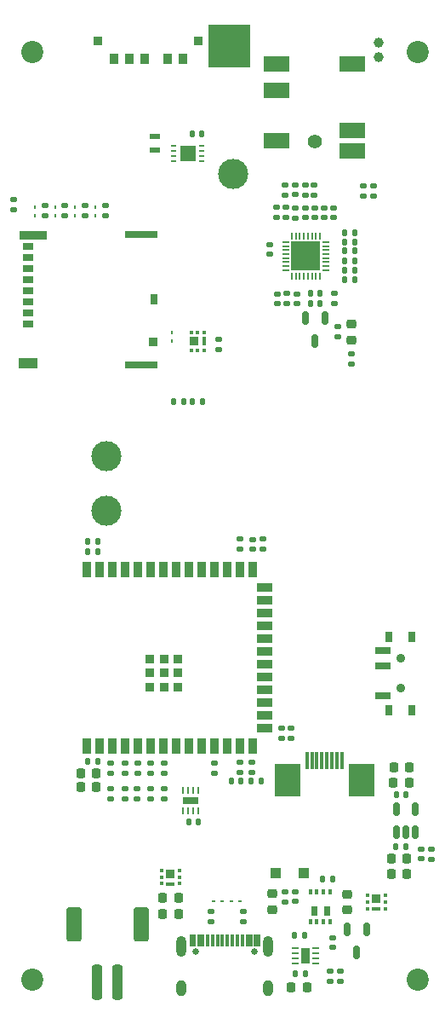
<source format=gbr>
%TF.GenerationSoftware,KiCad,Pcbnew,7.0.2-0*%
%TF.CreationDate,2023-08-13T19:48:24+08:00*%
%TF.ProjectId,Music_32_V2,4d757369-635f-4333-925f-56322e6b6963,rev?*%
%TF.SameCoordinates,Original*%
%TF.FileFunction,Soldermask,Top*%
%TF.FilePolarity,Negative*%
%FSLAX46Y46*%
G04 Gerber Fmt 4.6, Leading zero omitted, Abs format (unit mm)*
G04 Created by KiCad (PCBNEW 7.0.2-0) date 2023-08-13 19:48:24*
%MOMM*%
%LPD*%
G01*
G04 APERTURE LIST*
G04 Aperture macros list*
%AMRoundRect*
0 Rectangle with rounded corners*
0 $1 Rounding radius*
0 $2 $3 $4 $5 $6 $7 $8 $9 X,Y pos of 4 corners*
0 Add a 4 corners polygon primitive as box body*
4,1,4,$2,$3,$4,$5,$6,$7,$8,$9,$2,$3,0*
0 Add four circle primitives for the rounded corners*
1,1,$1+$1,$2,$3*
1,1,$1+$1,$4,$5*
1,1,$1+$1,$6,$7*
1,1,$1+$1,$8,$9*
0 Add four rect primitives between the rounded corners*
20,1,$1+$1,$2,$3,$4,$5,0*
20,1,$1+$1,$4,$5,$6,$7,0*
20,1,$1+$1,$6,$7,$8,$9,0*
20,1,$1+$1,$8,$9,$2,$3,0*%
%AMOutline4P*
0 Free polygon, 4 corners , with rotation*
0 The origin of the aperture is its center*
0 number of corners: always 4*
0 $1 to $8 corner X, Y*
0 $9 Rotation angle, in degrees counterclockwise*
0 create outline with 4 corners*
4,1,4,$1,$2,$3,$4,$5,$6,$7,$8,$1,$2,$9*%
G04 Aperture macros list end*
%ADD10C,0.100000*%
%ADD11C,0.120000*%
%ADD12RoundRect,0.062500X-0.117500X-0.062500X0.117500X-0.062500X0.117500X0.062500X-0.117500X0.062500X0*%
%ADD13RoundRect,0.225000X0.225000X0.250000X-0.225000X0.250000X-0.225000X-0.250000X0.225000X-0.250000X0*%
%ADD14RoundRect,0.140000X0.140000X0.170000X-0.140000X0.170000X-0.140000X-0.170000X0.140000X-0.170000X0*%
%ADD15RoundRect,0.140000X0.170000X-0.140000X0.170000X0.140000X-0.170000X0.140000X-0.170000X-0.140000X0*%
%ADD16C,2.200000*%
%ADD17RoundRect,0.062500X-0.300000X-0.062500X0.300000X-0.062500X0.300000X0.062500X-0.300000X0.062500X0*%
%ADD18R,0.900000X1.600000*%
%ADD19RoundRect,0.225000X-0.225000X-0.250000X0.225000X-0.250000X0.225000X0.250000X-0.225000X0.250000X0*%
%ADD20RoundRect,0.062500X0.062500X-0.287500X0.062500X0.287500X-0.062500X0.287500X-0.062500X-0.287500X0*%
%ADD21R,1.600000X0.800000*%
%ADD22RoundRect,0.135000X0.185000X-0.135000X0.185000X0.135000X-0.185000X0.135000X-0.185000X-0.135000X0*%
%ADD23RoundRect,0.140000X-0.170000X0.140000X-0.170000X-0.140000X0.170000X-0.140000X0.170000X0.140000X0*%
%ADD24RoundRect,0.150000X-0.150000X0.512500X-0.150000X-0.512500X0.150000X-0.512500X0.150000X0.512500X0*%
%ADD25RoundRect,0.135000X-0.185000X0.135000X-0.185000X-0.135000X0.185000X-0.135000X0.185000X0.135000X0*%
%ADD26R,1.100000X0.700000*%
%ADD27R,0.930000X0.900000*%
%ADD28R,0.780000X1.050000*%
%ADD29R,1.830000X1.140000*%
%ADD30R,2.800000X0.860000*%
%ADD31R,3.330000X0.700000*%
%ADD32RoundRect,0.140000X-0.140000X-0.170000X0.140000X-0.170000X0.140000X0.170000X-0.140000X0.170000X0*%
%ADD33RoundRect,0.250000X0.250000X1.500000X-0.250000X1.500000X-0.250000X-1.500000X0.250000X-1.500000X0*%
%ADD34RoundRect,0.250001X0.499999X1.449999X-0.499999X1.449999X-0.499999X-1.449999X0.499999X-1.449999X0*%
%ADD35RoundRect,0.062500X-0.062500X0.117500X-0.062500X-0.117500X0.062500X-0.117500X0.062500X0.117500X0*%
%ADD36C,3.000000*%
%ADD37RoundRect,0.225000X0.250000X-0.225000X0.250000X0.225000X-0.250000X0.225000X-0.250000X-0.225000X0*%
%ADD38RoundRect,0.062500X0.117500X0.062500X-0.117500X0.062500X-0.117500X-0.062500X0.117500X-0.062500X0*%
%ADD39C,1.400000*%
%ADD40Outline4P,-1.250000X-0.800000X1.250000X-0.800000X1.250000X0.800000X-1.250000X0.800000X0.000000*%
%ADD41R,0.350000X1.800000*%
%ADD42R,2.500000X3.200000*%
%ADD43R,0.900000X1.500000*%
%ADD44R,1.500000X0.900000*%
%ADD45R,0.900000X0.900000*%
%ADD46RoundRect,0.135000X-0.135000X-0.185000X0.135000X-0.185000X0.135000X0.185000X-0.135000X0.185000X0*%
%ADD47R,0.400000X0.350000*%
%ADD48R,0.399000X0.910000*%
%ADD49R,0.810000X0.910000*%
%ADD50RoundRect,0.225000X-0.250000X0.225000X-0.250000X-0.225000X0.250000X-0.225000X0.250000X0.225000X0*%
%ADD51RoundRect,0.150000X0.150000X-0.512500X0.150000X0.512500X-0.150000X0.512500X-0.150000X-0.512500X0*%
%ADD52RoundRect,0.135000X0.135000X0.185000X-0.135000X0.185000X-0.135000X-0.185000X0.135000X-0.185000X0*%
%ADD53RoundRect,0.218750X-0.218750X-0.256250X0.218750X-0.256250X0.218750X0.256250X-0.218750X0.256250X0*%
%ADD54R,0.800000X1.000000*%
%ADD55C,0.900000*%
%ADD56R,1.500000X0.700000*%
%ADD57R,0.625000X0.250000*%
%ADD58R,1.600000X1.600000*%
%ADD59R,0.400000X0.500000*%
%ADD60C,0.650000*%
%ADD61R,0.300000X1.150000*%
%ADD62O,1.000000X2.100000*%
%ADD63O,1.000000X1.600000*%
%ADD64R,0.350000X0.400000*%
%ADD65R,0.910000X0.399000*%
%ADD66R,0.910000X0.810000*%
%ADD67RoundRect,0.250000X0.300000X0.300000X-0.300000X0.300000X-0.300000X-0.300000X0.300000X-0.300000X0*%
%ADD68RoundRect,0.062500X0.062500X-0.117500X0.062500X0.117500X-0.062500X0.117500X-0.062500X-0.117500X0*%
%ADD69RoundRect,0.218750X0.256250X-0.218750X0.256250X0.218750X-0.256250X0.218750X-0.256250X-0.218750X0*%
%ADD70R,0.900000X1.000000*%
%ADD71RoundRect,0.050000X-0.300000X-0.050000X0.300000X-0.050000X0.300000X0.050000X-0.300000X0.050000X0*%
%ADD72RoundRect,0.050000X-0.050000X-0.300000X0.050000X-0.300000X0.050000X0.300000X-0.050000X0.300000X0*%
%ADD73R,2.900000X2.900000*%
%ADD74R,1.100000X0.600000*%
%ADD75C,1.000000*%
G04 APERTURE END LIST*
D10*
X155800000Y-64300000D02*
X151800000Y-64300000D01*
X151800000Y-60100000D01*
X155800000Y-60100000D01*
X155800000Y-64300000D01*
G36*
X155800000Y-64300000D02*
G01*
X151800000Y-64300000D01*
X151800000Y-60100000D01*
X155800000Y-60100000D01*
X155800000Y-64300000D01*
G37*
D11*
%TO.C,Q3*%
X163820000Y-148505000D02*
X163320000Y-148505000D01*
X163320000Y-148505000D02*
X163320000Y-147655000D01*
X163320000Y-147655000D02*
X163820000Y-147655000D01*
X163820000Y-147655000D02*
X163820000Y-148505000D01*
G36*
X163820000Y-148505000D02*
G01*
X163320000Y-148505000D01*
X163320000Y-147655000D01*
X163820000Y-147655000D01*
X163820000Y-148505000D01*
G37*
X162520000Y-148505000D02*
X162020000Y-148505000D01*
X162020000Y-148505000D02*
X162020000Y-147655000D01*
X162020000Y-147655000D02*
X162520000Y-147655000D01*
X162520000Y-147655000D02*
X162520000Y-148505000D01*
G36*
X162520000Y-148505000D02*
G01*
X162020000Y-148505000D01*
X162020000Y-147655000D01*
X162520000Y-147655000D01*
X162520000Y-148505000D01*
G37*
%TD*%
D12*
%TO.C,D1*%
X154920000Y-147200000D03*
X154080000Y-147200000D03*
%TD*%
D13*
%TO.C,C13*%
X140630000Y-134450000D03*
X139080000Y-134450000D03*
%TD*%
D14*
%TO.C,C2*%
X140730000Y-112450000D03*
X139770000Y-112450000D03*
%TD*%
D15*
%TO.C,C14*%
X157900000Y-82930000D03*
X157900000Y-81970000D03*
%TD*%
D16*
%TO.C,H4*%
X172590000Y-154950000D03*
%TD*%
D14*
%TO.C,C47*%
X151092500Y-71000000D03*
X150132500Y-71000000D03*
%TD*%
D17*
%TO.C,U5*%
X160387500Y-151800000D03*
X160387500Y-152300000D03*
X160387500Y-152800000D03*
X160387500Y-153300000D03*
X162412500Y-153300000D03*
X162412500Y-152800000D03*
X162412500Y-152300000D03*
X162412500Y-151800000D03*
D18*
X161400000Y-152550000D03*
%TD*%
D19*
%TO.C,C37*%
X170174998Y-135387501D03*
X171724998Y-135387501D03*
%TD*%
D20*
%TO.C,U9*%
X149280000Y-138150000D03*
X149780000Y-138150000D03*
X150280000Y-138150000D03*
X150780000Y-138150000D03*
X150780000Y-136150000D03*
X150280000Y-136150000D03*
X149780000Y-136150000D03*
X149280000Y-136150000D03*
D21*
X150030000Y-137150000D03*
%TD*%
D22*
%TO.C,R14*%
X159595000Y-87845000D03*
X159595000Y-86825000D03*
%TD*%
D14*
%TO.C,C17*%
X166310000Y-80775000D03*
X165350000Y-80775000D03*
%TD*%
D23*
%TO.C,C7*%
X146050000Y-133470000D03*
X146050000Y-134430000D03*
%TD*%
D24*
%TO.C,U6*%
X167500000Y-149950000D03*
X165600000Y-149950000D03*
X166550000Y-152225000D03*
%TD*%
D22*
%TO.C,R34*%
X152800000Y-92385001D03*
X152800000Y-91365001D03*
%TD*%
D25*
%TO.C,R15*%
X167220000Y-76090000D03*
X167220000Y-77110000D03*
%TD*%
D15*
%TO.C,C25*%
X164300000Y-87780000D03*
X164300000Y-86820000D03*
%TD*%
D26*
%TO.C,J4*%
X133820000Y-89830000D03*
X133820000Y-88730000D03*
X133820000Y-87630000D03*
X133820000Y-86530000D03*
X133820000Y-85430000D03*
X133820000Y-84330000D03*
X133820000Y-83230000D03*
X133820000Y-82130000D03*
D27*
X146285000Y-91620000D03*
D28*
X146360000Y-87355000D03*
D29*
X133835000Y-93710000D03*
D30*
X134320000Y-81050000D03*
D31*
X145085000Y-93930000D03*
X145085000Y-80970000D03*
%TD*%
D32*
%TO.C,C33*%
X170420000Y-141749998D03*
X171380000Y-141749998D03*
%TD*%
D33*
%TO.C,BT1*%
X142720000Y-155180000D03*
X140720000Y-155180000D03*
D34*
X145070000Y-149430000D03*
X138370000Y-149430000D03*
%TD*%
D14*
%TO.C,C15*%
X166310000Y-81675000D03*
X165350000Y-81675000D03*
%TD*%
D22*
%TO.C,R24*%
X152000000Y-149200001D03*
X152000000Y-148180001D03*
%TD*%
D23*
%TO.C,C3*%
X143450000Y-133470000D03*
X143450000Y-134430000D03*
%TD*%
D22*
%TO.C,R9*%
X154930000Y-134360000D03*
X154930000Y-133340000D03*
%TD*%
D23*
%TO.C,C23*%
X163295000Y-78295000D03*
X163295000Y-79255000D03*
%TD*%
D15*
%TO.C,C38*%
X132400000Y-78480000D03*
X132400000Y-77520000D03*
%TD*%
D25*
%TO.C,R12*%
X158520000Y-78265000D03*
X158520000Y-79285000D03*
%TD*%
D35*
%TO.C,D10*%
X134500000Y-79070000D03*
X134500000Y-78230000D03*
%TD*%
D19*
%TO.C,C31*%
X169979997Y-142950000D03*
X171529997Y-142950000D03*
%TD*%
D25*
%TO.C,R39*%
X141500000Y-78060000D03*
X141500000Y-79080000D03*
%TD*%
D15*
%TO.C,C40*%
X164100000Y-151730000D03*
X164100000Y-150770000D03*
%TD*%
D22*
%TO.C,R27*%
X163900000Y-155150000D03*
X163900000Y-154130000D03*
%TD*%
%TO.C,R1*%
X147350000Y-137010000D03*
X147350000Y-135990000D03*
%TD*%
D16*
%TO.C,H3*%
X134250000Y-62800000D03*
%TD*%
D36*
%TO.C,TP3*%
X154200000Y-74950000D03*
%TD*%
D37*
%TO.C,C41*%
X165970000Y-91425000D03*
X165970000Y-89875000D03*
%TD*%
D38*
%TO.C,D2*%
X152280000Y-147200000D03*
X153120000Y-147200000D03*
%TD*%
D25*
%TO.C,R38*%
X139500000Y-78060000D03*
X139500000Y-79080000D03*
%TD*%
D23*
%TO.C,C6*%
X159100000Y-130010000D03*
X159100000Y-130970000D03*
%TD*%
%TO.C,C43*%
X172949998Y-142007501D03*
X172949998Y-142967501D03*
%TD*%
D39*
%TO.C,J2*%
X162320000Y-71730000D03*
D40*
X158570000Y-66630000D03*
X158570000Y-71630000D03*
X166070000Y-64030000D03*
X158570000Y-64030000D03*
X166070000Y-70630000D03*
X166070000Y-72630000D03*
%TD*%
D22*
%TO.C,R20*%
X162295000Y-77035000D03*
X162295000Y-76015000D03*
%TD*%
%TO.C,R25*%
X155250000Y-149210000D03*
X155250000Y-148190000D03*
%TD*%
D25*
%TO.C,R13*%
X160420000Y-78290000D03*
X160420000Y-79310000D03*
%TD*%
D22*
%TO.C,R17*%
X168190000Y-77110000D03*
X168190000Y-76090000D03*
%TD*%
D23*
%TO.C,C21*%
X161395000Y-78295000D03*
X161395000Y-79255000D03*
%TD*%
D15*
%TO.C,C27*%
X160400000Y-77005000D03*
X160400000Y-76045000D03*
%TD*%
D41*
%TO.C,J1*%
X165070000Y-133230000D03*
X164570000Y-133230000D03*
X164070000Y-133230000D03*
X163570000Y-133230000D03*
X163070000Y-133230000D03*
X162570000Y-133230000D03*
X162070000Y-133230000D03*
X161570000Y-133230000D03*
D42*
X167020000Y-135130000D03*
X159620000Y-135130000D03*
%TD*%
D43*
%TO.C,U2*%
X139640000Y-131750000D03*
X140910000Y-131750000D03*
X142180000Y-131750000D03*
X143450000Y-131750000D03*
X144720000Y-131750000D03*
X145990000Y-131750000D03*
X147260000Y-131750000D03*
X148530000Y-131750000D03*
X149800000Y-131750000D03*
X151070000Y-131750000D03*
X152340000Y-131750000D03*
X153610000Y-131750000D03*
X154880000Y-131750000D03*
X156150000Y-131750000D03*
D44*
X157400000Y-129985000D03*
X157400000Y-128715000D03*
X157400000Y-127445000D03*
X157400000Y-126175000D03*
X157400000Y-124905000D03*
X157400000Y-123635000D03*
X157400000Y-122365000D03*
X157400000Y-121095000D03*
X157400000Y-119825000D03*
X157400000Y-118555000D03*
X157400000Y-117285000D03*
X157400000Y-116015000D03*
D43*
X156150000Y-114250000D03*
X154880000Y-114250000D03*
X153610000Y-114250000D03*
X152340000Y-114250000D03*
X151070000Y-114250000D03*
X149800000Y-114250000D03*
X148530000Y-114250000D03*
X147260000Y-114250000D03*
X145990000Y-114250000D03*
X144720000Y-114250000D03*
X143450000Y-114250000D03*
X142180000Y-114250000D03*
X140910000Y-114250000D03*
X139640000Y-114250000D03*
D45*
X147360000Y-124500000D03*
X147360000Y-125900000D03*
X147360000Y-123100000D03*
X148760000Y-125900000D03*
X148760000Y-124500000D03*
X148760000Y-123100000D03*
X145960000Y-125900000D03*
X145960000Y-124500000D03*
X145960000Y-123100000D03*
%TD*%
D25*
%TO.C,R11*%
X159470000Y-78265000D03*
X159470000Y-79285000D03*
%TD*%
D14*
%TO.C,C9*%
X140735000Y-133250000D03*
X139775000Y-133250000D03*
%TD*%
D46*
%TO.C,R26*%
X160400000Y-154350000D03*
X161420000Y-154350000D03*
%TD*%
%TO.C,R2*%
X139720000Y-111450000D03*
X140740000Y-111450000D03*
%TD*%
%TO.C,R18*%
X165345000Y-84500000D03*
X166365000Y-84500000D03*
%TD*%
D47*
%TO.C,Q4*%
X151350000Y-92425000D03*
D48*
X151394500Y-91550000D03*
D47*
X151350000Y-90675000D03*
X150050000Y-92425000D03*
X150700000Y-92425000D03*
D49*
X150379000Y-91550000D03*
D47*
X150050000Y-90675000D03*
X150700000Y-90675000D03*
%TD*%
D22*
%TO.C,R5*%
X144700000Y-137020000D03*
X144700000Y-136000000D03*
%TD*%
D19*
%TO.C,C32*%
X169979995Y-144449999D03*
X171529995Y-144449999D03*
%TD*%
D15*
%TO.C,C26*%
X158620000Y-87830000D03*
X158620000Y-86870000D03*
%TD*%
D22*
%TO.C,R23*%
X159400000Y-147210000D03*
X159400000Y-146190000D03*
%TD*%
D14*
%TO.C,C44*%
X162900000Y-87850000D03*
X161940000Y-87850000D03*
%TD*%
D32*
%TO.C,C12*%
X156050000Y-135250000D03*
X157010000Y-135250000D03*
%TD*%
D23*
%TO.C,C30*%
X160400000Y-146200000D03*
X160400000Y-147160000D03*
%TD*%
D50*
%TO.C,C28*%
X165600000Y-146475000D03*
X165600000Y-148025000D03*
%TD*%
D51*
%TO.C,U4*%
X170450000Y-140287500D03*
X171400000Y-140287500D03*
X172350000Y-140287500D03*
X172350000Y-138012500D03*
X170450000Y-138012500D03*
%TD*%
D52*
%TO.C,R35*%
X149290000Y-97550000D03*
X148270000Y-97550000D03*
%TD*%
D22*
%TO.C,R36*%
X154900000Y-112210000D03*
X154900000Y-111190000D03*
%TD*%
D53*
%TO.C,F1*%
X147212500Y-148450000D03*
X148787500Y-148450000D03*
%TD*%
D22*
%TO.C,R28*%
X164900000Y-155150000D03*
X164900000Y-154130000D03*
%TD*%
D25*
%TO.C,R19*%
X161395000Y-76015000D03*
X161395000Y-77035000D03*
%TD*%
D46*
%TO.C,R22*%
X163140000Y-144950000D03*
X164160000Y-144950000D03*
%TD*%
%TO.C,R21*%
X165345000Y-85450000D03*
X166365000Y-85450000D03*
%TD*%
D25*
%TO.C,R37*%
X135500000Y-78040000D03*
X135500000Y-79060000D03*
%TD*%
D54*
%TO.C,SW7*%
X169765000Y-128180000D03*
X171975000Y-128180000D03*
D55*
X170875000Y-126030000D03*
X170875000Y-123030000D03*
D54*
X169765000Y-120880000D03*
X171975000Y-120880000D03*
D56*
X169115000Y-126780000D03*
X169115000Y-123780000D03*
X169115000Y-122280000D03*
%TD*%
D23*
%TO.C,C1*%
X147350000Y-133470000D03*
X147350000Y-134430000D03*
%TD*%
D15*
%TO.C,C19*%
X160595000Y-87815000D03*
X160595000Y-86855000D03*
%TD*%
D46*
%TO.C,R29*%
X160290000Y-150550000D03*
X161310000Y-150550000D03*
%TD*%
D25*
%TO.C,R16*%
X159405000Y-76015000D03*
X159405000Y-77035000D03*
%TD*%
D14*
%TO.C,C10*%
X155010000Y-135250000D03*
X154050000Y-135250000D03*
%TD*%
D32*
%TO.C,C45*%
X150200000Y-97550000D03*
X151160000Y-97550000D03*
%TD*%
D57*
%TO.C,U10*%
X148300000Y-72150000D03*
X148300000Y-72650000D03*
X148300000Y-73150000D03*
X148300000Y-73650000D03*
X151125000Y-73650000D03*
X151125000Y-73150000D03*
X151125000Y-72650000D03*
X151125000Y-72150000D03*
D58*
X149712500Y-72900000D03*
%TD*%
D59*
%TO.C,Q3*%
X163850000Y-146200000D03*
X163200000Y-146200000D03*
X162550000Y-146200000D03*
X161900000Y-146200000D03*
X161910000Y-149170000D03*
X162560000Y-149170000D03*
X163210000Y-149170000D03*
X163860000Y-149170000D03*
%TD*%
D22*
%TO.C,R10*%
X156130000Y-134360000D03*
X156130000Y-133340000D03*
%TD*%
%TO.C,R8*%
X142000000Y-137010000D03*
X142000000Y-135990000D03*
%TD*%
%TO.C,FB1*%
X165970000Y-93860000D03*
X165970000Y-92840000D03*
%TD*%
D14*
%TO.C,C16*%
X166305000Y-83550000D03*
X165345000Y-83550000D03*
%TD*%
%TO.C,C20*%
X162900000Y-86800000D03*
X161940000Y-86800000D03*
%TD*%
D13*
%TO.C,C34*%
X161575000Y-155750000D03*
X160025000Y-155750000D03*
%TD*%
D24*
%TO.C,U7*%
X163349999Y-89250000D03*
X161449999Y-89250000D03*
X162399999Y-91525000D03*
%TD*%
D60*
%TO.C,J3*%
X150530000Y-152125000D03*
X156310000Y-152125000D03*
D61*
X150070000Y-151060000D03*
X150870000Y-151060000D03*
X152170000Y-151060000D03*
X153170000Y-151060000D03*
X153670000Y-151060000D03*
X154670000Y-151060000D03*
X155970000Y-151060000D03*
X156770000Y-151060000D03*
X156470000Y-151060000D03*
X155670000Y-151060000D03*
X155170000Y-151060000D03*
X154170000Y-151060000D03*
X152670000Y-151060000D03*
X151670000Y-151060000D03*
X151170000Y-151060000D03*
X150370000Y-151060000D03*
D62*
X149100000Y-151625000D03*
D63*
X149100000Y-155805000D03*
D62*
X157740000Y-151625000D03*
D63*
X157740000Y-155805000D03*
%TD*%
D64*
%TO.C,Q1*%
X147125000Y-145405500D03*
D65*
X148000000Y-145450000D03*
D64*
X148875000Y-145405500D03*
X147125000Y-144105500D03*
X147125000Y-144755500D03*
D66*
X148000000Y-144434500D03*
D64*
X148875000Y-144105500D03*
X148875000Y-144755500D03*
%TD*%
D14*
%TO.C,C18*%
X166305000Y-82600000D03*
X165345000Y-82600000D03*
%TD*%
D25*
%TO.C,R40*%
X137500000Y-78040000D03*
X137500000Y-79060000D03*
%TD*%
D67*
%TO.C,D3*%
X161300000Y-144350000D03*
X158500000Y-144350000D03*
%TD*%
D35*
%TO.C,D7*%
X136500000Y-79070000D03*
X136500000Y-78230000D03*
%TD*%
D19*
%TO.C,C35*%
X170199997Y-133877504D03*
X171749997Y-133877504D03*
%TD*%
D23*
%TO.C,C8*%
X142000000Y-133470000D03*
X142000000Y-134430000D03*
%TD*%
D25*
%TO.C,R4*%
X157200000Y-111190000D03*
X157200000Y-112210000D03*
%TD*%
D22*
%TO.C,R7*%
X146050000Y-137010000D03*
X146050000Y-135990000D03*
%TD*%
D68*
%TO.C,D6*%
X148100000Y-90730000D03*
X148100000Y-91570000D03*
%TD*%
D15*
%TO.C,C4*%
X156200000Y-112180000D03*
X156200000Y-111220000D03*
%TD*%
D25*
%TO.C,R41*%
X152330000Y-133440000D03*
X152330000Y-134460000D03*
%TD*%
D36*
%TO.C,TP2*%
X141600000Y-102950000D03*
%TD*%
D32*
%TO.C,C36*%
X170494997Y-136577505D03*
X171454997Y-136577505D03*
%TD*%
D23*
%TO.C,C24*%
X164245000Y-78295000D03*
X164245000Y-79255000D03*
%TD*%
D69*
%TO.C,F2*%
X158100000Y-147987500D03*
X158100000Y-146412500D03*
%TD*%
D70*
%TO.C,U1*%
X142400000Y-63500000D03*
X143900000Y-63500000D03*
X145400000Y-63500000D03*
X147700000Y-63500000D03*
X149200000Y-63500000D03*
D45*
X140800000Y-61700000D03*
X150800000Y-61700000D03*
%TD*%
D71*
%TO.C,U3*%
X159470000Y-81700000D03*
X159470000Y-82100000D03*
X159470000Y-82500000D03*
X159470000Y-82900000D03*
X159470000Y-83300000D03*
X159470000Y-83700000D03*
X159470000Y-84100000D03*
X159470000Y-84500000D03*
D72*
X160070000Y-85100000D03*
X160470000Y-85100000D03*
X160870000Y-85100000D03*
X161270000Y-85100000D03*
X161670000Y-85100000D03*
X162070000Y-85100000D03*
X162470000Y-85100000D03*
X162870000Y-85100000D03*
D71*
X163470000Y-84500000D03*
X163470000Y-84100000D03*
X163470000Y-83700000D03*
X163470000Y-83300000D03*
X163470000Y-82900000D03*
X163470000Y-82500000D03*
X163470000Y-82100000D03*
X163470000Y-81700000D03*
D72*
X162870000Y-81100000D03*
X162470000Y-81100000D03*
X162070000Y-81100000D03*
X161670000Y-81100000D03*
X161270000Y-81100000D03*
X160870000Y-81100000D03*
X160470000Y-81100000D03*
X160070000Y-81100000D03*
D73*
X161470000Y-83100000D03*
%TD*%
D23*
%TO.C,C22*%
X162345000Y-78295000D03*
X162345000Y-79255000D03*
%TD*%
D35*
%TO.C,D8*%
X140500000Y-79090000D03*
X140500000Y-78250000D03*
%TD*%
D22*
%TO.C,R33*%
X173949998Y-142997501D03*
X173949998Y-141977501D03*
%TD*%
D74*
%TO.C,Y1*%
X146412500Y-72600000D03*
X146412500Y-71200000D03*
%TD*%
D36*
%TO.C,TP1*%
X141600000Y-108350000D03*
%TD*%
D16*
%TO.C,H2*%
X172590000Y-62800000D03*
%TD*%
D32*
%TO.C,C46*%
X149820000Y-139300000D03*
X150780000Y-139300000D03*
%TD*%
D35*
%TO.C,D9*%
X138500000Y-79090000D03*
X138500000Y-78250000D03*
%TD*%
D22*
%TO.C,R6*%
X160030000Y-131010000D03*
X160030000Y-129990000D03*
%TD*%
D23*
%TO.C,C42*%
X164670000Y-90120000D03*
X164670000Y-91080000D03*
%TD*%
D64*
%TO.C,Q2*%
X167600000Y-147900000D03*
D65*
X168475000Y-147944500D03*
D64*
X169350000Y-147900000D03*
X167600000Y-146600000D03*
X167600000Y-147250000D03*
D66*
X168475000Y-146929000D03*
D64*
X169350000Y-146600000D03*
X169350000Y-147250000D03*
%TD*%
D19*
%TO.C,C29*%
X147225000Y-146834500D03*
X148775000Y-146834500D03*
%TD*%
D13*
%TO.C,C11*%
X140630000Y-135850000D03*
X139080000Y-135850000D03*
%TD*%
D16*
%TO.C,H1*%
X134250000Y-154950000D03*
%TD*%
D22*
%TO.C,R3*%
X143450000Y-137010000D03*
X143450000Y-135990000D03*
%TD*%
D23*
%TO.C,C5*%
X144730000Y-133470000D03*
X144730000Y-134430000D03*
%TD*%
D75*
%TO.C,MK1*%
X168670000Y-63300000D03*
X168670000Y-61900000D03*
%TD*%
M02*

</source>
